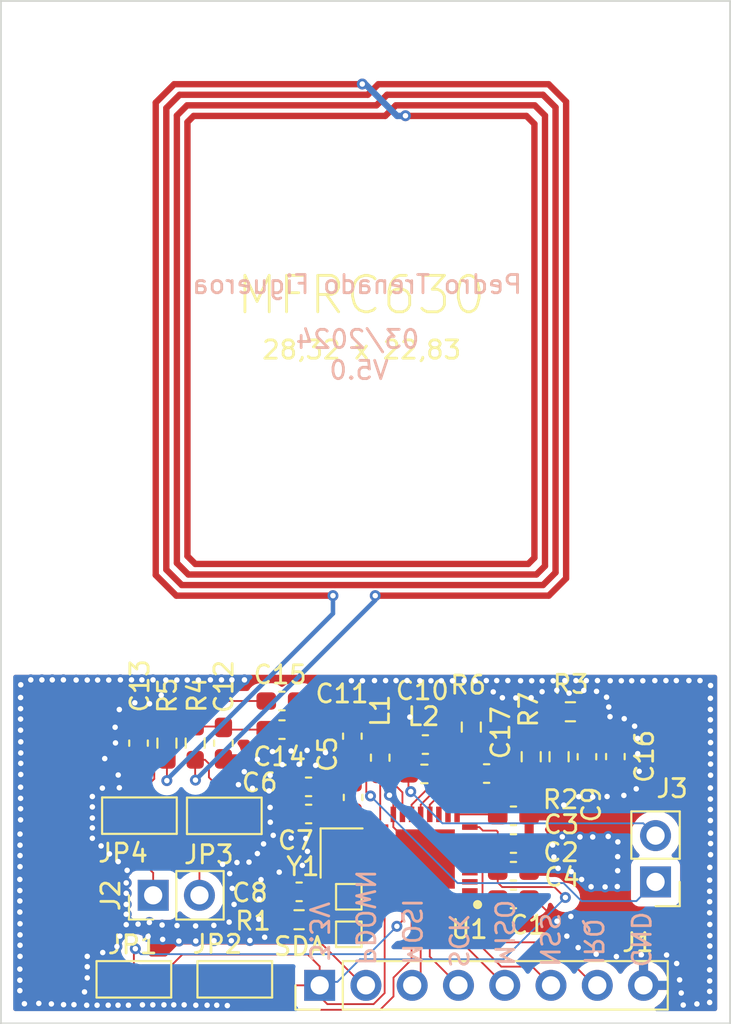
<source format=kicad_pcb>
(kicad_pcb (version 20221018) (generator pcbnew)
  (title_block (title "NFC Programmer") (rev "3.0") (company "Tychetools"))
  (layers (0 "F.Cu" signal) (31 "B.Cu" signal) (34 "B.Paste" user) (35 "F.Paste" user) (36 "B.SilkS" user "B.Silkscreen") (37 "F.SilkS" user "F.Silkscreen") (38 "B.Mask" user) (39 "F.Mask" user) (44 "Edge.Cuts" user))
  (net 0 "")
  (net 1 "Net-(U1-DVDD)")
  (net 2 "GND")
  (net 3 "Net-(U1-AVDD)")
  (net 4 "Net-(U1-TVDD)")
  (net 5 "Net-(U1-XTAL2)")
  (net 6 "/RXP")
  (net 7 "Net-(C9-Pad2)")
  (net 8 "Net-(C10-Pad2)")
  (net 9 "Net-(C11-Pad1)")
  (net 10 "Net-(C12-Pad1)")
  (net 11 "Net-(C13-Pad2)")
  (net 12 "/VMID")
  (net 13 "/RXN")
  (net 14 "Net-(C17-Pad2)")
  (net 15 "/TX1")
  (net 16 "/TX2")
  (net 17 "Net-(JP3-A)")
  (net 21 "/SCL")
  (net 22 "/MISO")
  (net 23 "/IRQ")
  (net 24 "/NSS")
  (net 31 "/PDOWN")
  (net 32 "+3V3")
  (net 33 "/SCK")
  (net 34 "/MOSI")
  (net 35 "Net-(U1-XTAL1)")
  (net 36 "/IFSEL0")
  (net 37 "/IFSEL1")
  (net 38 "Net-(J2-Pin_2)")
  (net 39 "Net-(JP4-A)")
  (net 40 "Net-(JP4-C)")
  (net 41 "Net-(J2-Pin_1)")
  (net 42 "/SDA")
  (footprint "Resistor_SMD:R_0603_1608Metric_Pad0.98x0.95mm_HandSolder" (layer "F.Cu") (at 150.81375 95.4575 -90)
    (fp_text reference "R2")
    (fp_text value "TBD" hide)
  )
  (footprint "Capacitor_SMD:C_0603_1608Metric_Pad1.08x0.95mm_HandSolder" (layer "F.Cu") (at 146.83425 96.38 180)
    (fp_text reference "C17")
    (fp_text value "TBD" hide)
  )
  (footprint "Resistor_SMD:R_0603_1608Metric_Pad0.98x0.95mm_HandSolder" (layer "F.Cu") (at 145.99425 93.83 90)
    (fp_text reference "R6")
    (fp_text value "TBD" hide)
  )
  (footprint "Jumper:SolderJumper-3_P1.3mm_Bridged12_Pad1.0x1.5mm_NumberLabels" (layer "F.Cu") (at 132.435 98.7)
    (fp_text reference "JP3")
    (fp_text value "SolderJumper_3_Bridged12" hide)
  )
  (footprint "MountingHole:MountingHole_3mm" (layer "F.Cu") (at 124.08 58.64)
    (fp_text reference "H3" hide)
    (fp_text value "MountingHole_Pad" hide)
  )
  (footprint "MountingHole:MountingHole_3mm" (layer "F.Cu") (at 156.12 58.64)
    (fp_text reference "H4" hide)
    (fp_text value "MountingHole_Pad" hide)
  )
  (footprint "TestPoint:TestPoint_Pad_1.0x1.0mm" (layer "F.Cu") (at 139.27 103.14)
    (fp_text reference "TP2" hide)
    (fp_text value "TestPoint" hide)
  )
  (footprint "Capacitor_SMD:C_0603_1608Metric_Pad1.08x0.95mm_HandSolder" (layer "F.Cu") (at 137.06 97.11 180)
    (fp_text reference "C6")
    (fp_text value "1u" hide)
  )
  (footprint "Connector_PinHeader_2.54mm:PinHeader_1x02_P2.54mm_Vertical" (layer "F.Cu") (at 128.53 103.06 90)
    (fp_text reference "J2")
    (fp_text value "Conn_01x02_Pin" hide)
  )
  (footprint "Inductor_SMD:L_0603_1608Metric_Pad1.05x0.95mm_HandSolder" (layer "F.Cu") (at 140.99425 95.51 90)
    (fp_text reference "L1")
    (fp_text value "TBD" hide)
  )
  (footprint "Capacitor_SMD:C_0603_1608Metric_Pad1.08x0.95mm_HandSolder" (layer "F.Cu") (at 135.6 93.97 180)
    (fp_text reference "C14")
    (fp_text value "C" hide)
  )
  (footprint "MountingHole:MountingHole_3mm" (layer "F.Cu") (at 124.06 88.02)
    (fp_text reference "H1" hide)
    (fp_text value "MountingHole_Pad" hide)
  )
  (footprint "Crystal:Crystal_SMD_2016-4Pin_2.0x1.6mm" (layer "F.Cu") (at 138.87175 100.74 -90)
    (fp_text reference "Y1")
    (fp_text value "Crystal_GND24" hide)
  )
  (footprint "Capacitor_SMD:C_0603_1608Metric_Pad1.08x0.95mm_HandSolder" (layer "F.Cu") (at 139.50425 97.69 90)
    (fp_text reference "C5")
    (fp_text value "100n" hide)
  )
  (footprint "Capacitor_SMD:C_0603_1608Metric_Pad1.08x0.95mm_HandSolder" (layer "F.Cu") (at 139.46425 94.33 -90)
    (fp_text reference "C11")
    (fp_text value "TBD" hide)
  )
  (footprint "Library3:MFRC630_MOUSER" (layer "F.Cu") (at 143.46425 101.07 180)
    (fp_text reference "U1")
    (fp_text value "MFRC63002HN,151" hide)
  )
  (footprint "Connector_PinHeader_2.54mm:PinHeader_1x08_P2.54mm_Vertical" (layer "F.Cu") (at 137.67 108 90)
    (fp_text reference "J1")
    (fp_text value "Conn_01x08" hide)
  )
  (footprint "Resistor_SMD:R_0603_1608Metric_Pad0.98x0.95mm_HandSolder" (layer "F.Cu") (at 130.835 94.7125 -90)
    (fp_text reference "R4")
    (fp_text value "TBD" hide)
  )
  (footprint "Capacitor_SMD:C_0603_1608Metric_Pad1.08x0.95mm_HandSolder" (layer "F.Cu") (at 152.34425 95.4575 90)
    (fp_text reference "C9")
    (fp_text value "TBD" hide)
  )
  (footprint "Capacitor_SMD:C_0603_1608Metric_Pad1.08x0.95mm_HandSolder" (layer "F.Cu") (at 135.6 92.4 180)
    (fp_text reference "C15")
    (fp_text value "TBD" hide)
  )
  (footprint "Capacitor_SMD:C_0603_1608Metric_Pad1.08x0.95mm_HandSolder" (layer "F.Cu") (at 148.3075 98.7)
    (fp_text reference "C3")
    (fp_text value "470n" hide)
  )
  (footprint "Capacitor_SMD:C_0603_1608Metric_Pad1.08x0.95mm_HandSolder" (layer "F.Cu") (at 148.3075 100.22)
    (fp_text reference "C2")
    (fp_text value "100n" hide)
  )
  (footprint "Resistor_SMD:R_0603_1608Metric_Pad0.98x0.95mm_HandSolder" (layer "F.Cu") (at 149.28325 95.4575 90)
    (fp_text reference "R7")
    (fp_text value "TBD" hide)
  )
  (footprint "Capacitor_SMD:C_0603_1608Metric_Pad1.08x0.95mm_HandSolder" (layer "F.Cu") (at 153.90425 95.45 -90)
    (fp_text reference "C16")
    (fp_text value "TBD" hide)
  )
  (footprint "Capacitor_SMD:C_0603_1608Metric_Pad1.08x0.95mm_HandSolder" (layer "F.Cu") (at 148.3075 101.74)
    (fp_text reference "C4")
    (fp_text value "100n" hide)
  )
  (footprint "Resistor_SMD:R_0603_1608Metric_Pad0.98x0.95mm_HandSolder" (layer "F.Cu") (at 129.285 94.7125 -90)
    (fp_text reference "R5")
    (fp_text value "TBD" hide)
  )
  (footprint "Resistor_SMD:R_0603_1608Metric_Pad0.98x0.95mm_HandSolder" (layer "F.Cu") (at 151.435 92.99)
    (fp_text reference "R3")
    (fp_text value "TBD" hide)
  )
  (footprint "Capacitor_SMD:C_0603_1608Metric_Pad1.08x0.95mm_HandSolder" (layer "F.Cu") (at 132.385 94.7125 -90)
    (fp_text reference "C12")
    (fp_text value "TBD" hide)
  )
  (footprint "Capacitor_SMD:C_0603_1608Metric_Pad1.08x0.95mm_HandSolder" (layer "F.Cu") (at 127.725 94.7125 90)
    (fp_text reference "C13")
    (fp_text value "TBD" hide)
  )
  (footprint "Capacitor_SMD:C_0603_1608Metric_Pad1.08x0.95mm_HandSolder" (layer "F.Cu") (at 136.5425 102.87 180)
    (fp_text reference "C8")
    (fp_text value "10p" hide)
  )
  (footprint "Connector_PinHeader_2.54mm:PinHeader_1x02_P2.54mm_Vertical" (layer "F.Cu") (at 156.11 102.325 180)
    (fp_text reference "J3")
    (fp_text value "Conn_01x02_Pin" hide)
  )
  (footprint "Inductor_SMD:L_0603_1608Metric_Pad1.05x0.95mm_HandSolder" (layer "F.Cu") (at 143.41925 96.4)
    (fp_text reference "L2")
    (fp_text value "TBD" hide)
  )
  (footprint "Resistor_SMD:R_0603_1608Metric_Pad0.98x0.95mm_HandSolder" (layer "F.Cu") (at 136.54 104.4 180)
    (fp_text reference "R1")
    (fp_text value "10k" hide)
  )
  (footprint "Jumper:SolderJumper-3_P1.3mm_Bridged12_Pad1.0x1.5mm_NumberLabels" (layer "F.Cu") (at 127.775 98.69 180)
    (fp_text reference "JP4")
    (fp_text value "SolderJumper_3_Bridged12" hide)
  )
  (footprint "Jumper:SolderJumper-3_P1.3mm_Bridged12_Pad1.0x1.5mm_NumberLabels" (layer "F.Cu") (at 133.01 107.67 180)
    (fp_text reference "JP2")
    (fp_text value "SolderJumper_3_Bridged12" hide)
  )
  (footprint "Jumper:SolderJumper-3_P1.3mm_Bridged12_Pad1.0x1.5mm_NumberLabels" (layer "F.Cu") (at 127.47 107.67)
    (fp_text reference "JP1")
    (fp_text value "SolderJumper_3_Bridged12" hide)
  )
  (footprint "Capacitor_SMD:C_0603_1608Metric_Pad1.08x0.95mm_HandSolder" (layer "F.Cu") (at 143.47175 94.79)
    (fp_text reference "C10")
    (fp_text value "TBD" hide)
  )
  (footprint "Capacitor_SMD:C_0603_1608Metric_Pad1.08x0.95mm_HandSolder" (layer "F.Cu") (at 137.06425 98.6 180)
    (fp_text reference "C7")
    (fp_text value "10p" hide)
  )
  (footprint "TestPoint:TestPoint_Pad_1.0x1.0mm" (layer "F.Cu") (at 139.27 105.2 180)
    (fp_text reference "TP1" hide)
    (fp_text value "TestPoint" hide)
  )
  (footprint "MountingHole:MountingHole_3mm" (layer "F.Cu") (at 156.11 88.02)
    (fp_text reference "H2" hide)
    (fp_text value "MountingHole_Pad" hide)
  )
  (footprint "Capacitor_SMD:C_0603_1608Metric_Pad1.08x0.95mm_HandSolder" (layer "F.Cu") (at 148.3075 103.26)
    (fp_text reference "C1")
    (fp_text value "470n" hide)
  )
  (gr_poly (pts (xy 120.17 110.09) (xy 158.64 110.09) (xy 160.2 110.09) (xy 160.2 53.99) (xy 120.17 53.99) (xy 120.17 110.09)) (stroke (width 0.1)) (fill none) (layer "Edge.Cuts"))
  (gr_text "NSS" (at 149.7 107.08 270) (layer "B.SilkS") (effects (font (size 1 1) (thickness 0.153)) (justify left bottom mirror)))
  (gr_text "PDOWN\n" (at 139.57 107 270) (layer "B.SilkS") (effects (font (size 1 1) (thickness 0.153)) (justify left bottom mirror)))
  (gr_text "GND" (at 154.69 107.11 270) (layer "B.SilkS") (effects (font (size 1 1) (thickness 0.153)) (justify left bottom mirror)))
  (gr_text "SCK" (at 144.69 107.13 270) (layer "B.SilkS") (effects (font (size 1 1) (thickness 0.153)) (justify left bottom mirror)))
  (gr_text "MOSI\n" (at 142.13 106.97 270) (layer "B.SilkS") (effects (font (size 1 1) (thickness 0.153)) (justify left bottom mirror)))
  (gr_text "03/2024" (at 143.23 73.14) (layer "B.SilkS") (effects (font (size 1 1) (thickness 0.153)) (justify left bottom mirror)))
  (gr_text "3.3V\n" (at 137.04 106.77 -90) (layer "B.SilkS") (effects (font (size 1 1) (thickness 0.153)) (justify left bottom mirror)))
  (gr_text "IRQ" (at 152.1 106.97 270) (layer "B.SilkS") (effects (font (size 1 1) (thickness 0.153)) (justify left bottom mirror)))
  (gr_text "V5.0\n\n" (at 141.55 76.45) (layer "B.SilkS") (effects (font (size 1 1) (thickness 0.153)) (justify left bottom mirror)))
  (gr_text "MISO" (at 147.2 107.03 270) (layer "B.SilkS") (effects (font (size 1 1) (thickness 0.153)) (justify left bottom mirror)))
  (gr_text "Pedro Trenado Figueroa" (at 148.87 70.13) (layer "B.SilkS") (effects (font (size 1 1) (thickness 0.153)) (justify left bottom mirror)))
  (gr_text "28,32 x 22,83" (at 134.42 73.72) (layer "F.SilkS") (effects (font (size 1 1) (thickness 0.153)) (justify left bottom)))
  (gr_text "SDA\n" (at 135.06 106.45) (layer "F.SilkS") (effects (font (size 1 1) (thickness 0.153)) (justify left bottom)))
  (gr_text "MFRC630\n" (at 132.99 71.3) (layer "F.SilkS") (effects (font (size 2 2) (thickness 0.153)) (justify left bottom)))
  (segment (start 146.61 99.99075) (end 146.61 103.04) (width 0.1) (layer "F.Cu") (net 1))
  (segment (start 146.43925 99.82) (end 146.61 99.99075) (width 0.1) (layer "F.Cu") (net 1))
  (segment (start 146.83 103.26) (end 147.445 103.26) (width 0.1) (layer "F.Cu") (net 1))
  (segment (start 146.61 103.04) (end 146.83 103.26) (width 0.1) (layer "F.Cu") (net 1))
  (segment (start 145.91425 99.82) (end 146.43925 99.82) (width 0.1) (layer "F.Cu") (net 1))
  (segment (start 134.225 95.575) (end 134.251582 95.601582) (width 0.1) (layer "F.Cu") (net 2))
  (segment (start 138.32175 101.44) (end 136.74 101.44) (width 0.1) (layer "F.Cu") (net 2))
  (segment (start 142.60925 94.79) (end 142.60925 93.29075) (width 0.1) (layer "F.Cu") (net 2))
  (segment (start 138.0275 95.1925) (end 137.99 95.23) (width 0.1) (layer "F.Cu") (net 2))
  (segment (start 125.885 95.575) (end 125.87 95.56) (width 0.1) (layer "F.Cu") (net 2))
  (segment (start 139.46425 95.1925) (end 138.0275 95.1925) (width 0.1) (layer "F.Cu") (net 2))
  (segment (start 142.60925 93.29075) (end 142.62 93.28) (width 0.1) (layer "F.Cu") (net 2))
  (segment (start 143.46425 101.07) (end 141.71425 99.32) (width 0.1) (layer "F.Cu") (net 2))
  (segment (start 149.48 103.26) (end 150.7 104.48) (width 0.1) (layer "F.Cu") (net 2))
  (segment (start 138.32175 101.44) (end 138.32175 101.14) (width 0.1) (layer "F.Cu") (net 2))
  (segment (start 149.17 103.26) (end 149.48 103.26) (width 0.1) (layer "F.Cu") (net 2))
  (segment (start 141.71425 97.78425) (end 141.5 97.57) (width 0.1) (layer "F.Cu") (net 2))
  (segment (start 132.385 95.575) (end 134.225 95.575) (width 0.1) (layer "F.Cu") (net 2))
  (segment (start 127.725 95.575) (end 125.885 95.575) (width 0.1) (layer "F.Cu") (net 2))
  (segment (start 141.71425 98.62) (end 141.71425 97.78425) (width 0.1) (layer "F.Cu") (net 2))
  (segment (start 138.32175 101.14) (end 139.42175 100.04) (width 0.1) (layer "F.Cu") (net 2))
  (segment (start 136.74 101.44) (end 136.72 101.42) (width 0.1) (layer "F.Cu") (net 2))
  (segment (start 141.71425 99.32) (end 141.71425 98.62) (width 0.1) (layer "F.Cu") (net 2))
  (via micro (at 159.13 95.86) (size 0.6) (drill 0.3) (layers "F.Cu" "B.Cu") (net 2))
  (via micro (at 129.02 104.69) (size 0.6) (drill 0.3) (layers "F.Cu" "B.Cu") (net 2))
  (via micro (at 157.94 91.28) (size 0.6) (drill 0.3) (layers "F.Cu" "B.Cu") (net 2))
  (via micro (at 131.87 105.55) (size 0.6) (drill 0.3) (layers "F.Cu" "B.Cu") (net 2))
  (via micro (at 124.3 91.25) (size 0.6) (drill 0.3) (layers "F.Cu" "B.Cu") (net 2))
  (via micro (at 151.86 105.93) (size 0.6) (drill 0.3) (layers "F.Cu" "B.Cu") (net 2))
  (via micro (at 125.19 98.82) (size 0.6) (drill 0.3) (layers "F.Cu" "B.Cu") (net 2))
  (via micro (at 127.34 91.24) (size 0.6) (drill 0.3) (layers "F.Cu" "B.Cu") (net 2))
  (via micro (at 157.25 91.28) (size 0.6) (drill 0.3) (layers "F.Cu" "B.Cu") (net 2))
  (via micro (at 129.94 105.57) (size 0.6) (drill 0.3) (layers "F.Cu" "B.Cu") (net 2))
  (via micro (at 135.12 99.77) (size 0.6) (drill 0.3) (layers "F.Cu" "B.Cu") (net 2))
  (via micro (at 121.25 98.92) (size 0.6) (drill 0.3) (layers "F.Cu" "B.Cu") (net 2))
  (via micro (at 122.94 109.02) (size 0.6) (drill 0.3) (layers "F.Cu" "B.Cu") (net 2))
  (via (at 134.251582 95.601582) (size 0.6) (drill 0.3) (layers "F.Cu" "B.Cu") (net 2))
  (via micro (at 126.46 94.7) (size 0.6) (drill 0.3) (layers "F.Cu" "B.Cu") (net 2))
  (via micro (at 152.57 102.59) (size 0.6) (drill 0.3) (layers "F.Cu" "B.Cu") (net 2))
  (via micro (at 144.35 91.29) (size 0.6) (drill 0.3) (layers "F.Cu" "B.Cu") (net 2))
  (via micro (at 159.08 104.02) (size 0.6) (drill 0.3) (layers "F.Cu" "B.Cu") (net 2))
  (via micro (at 155.13 94.45) (size 0.6) (drill 0.3) (layers "F.Cu" "B.Cu") (net 2))
  (via micro (at 129.22 91.25) (size 0.6) (drill 0.3) (layers "F.Cu" "B.Cu") (net 2))
  (via micro (at 125.19 98.21) (size 0.6) (drill 0.3) (layers "F.Cu" "B.Cu") (net 2))
  (via micro (at 130.23 109.07) (size 0.6) (drill 0.3) (layers "F.Cu" "B.Cu") (net 2))
  (via micro (at 151.96 99.86) (size 0.6) (drill 0.3) (layers "F.Cu" "B.Cu") (net 2))
  (via micro (at 134.59 100.24) (size 0.6) (drill 0.3) (layers "F.Cu" "B.Cu") (net 2))
  (via micro (at 148.44 92.23) (size 0.6) (drill 0.3) (layers "F.Cu" "B.Cu") (net 2))
  (via micro (at 132.73 101.87) (size 0.6) (drill 0.3) (layers "F.Cu" "B.Cu") (net 2))
  (via micro (at 154.37 97.58) (size 0.6) (drill 0.3) (layers "F.Cu" "B.Cu") (net 2))
  (via micro (at 123.6 91.24) (size 0.6) (drill 0.3) (layers "F.Cu" "B.Cu") (net 2))
  (via micro (at 133.98 97.19) (size 0.6) (drill 0.3) (layers "F.Cu" "B.Cu") (net 2))
  (via micro (at 159.13 96.47) (size 0.6) (drill 0.3) (layers "F.Cu" "B.Cu") (net 2))
  (via micro (at 154.01 102.58) (size 0.6) (drill 0.3) (layers "F.Cu" "B.Cu") (net 2))
  (via micro (at 159.13 100.22) (size 0.6) (drill 0.3) (layers "F.Cu" "B.Cu") (net 2))
  (via micro (at 121.25 92.21) (size 0.6) (drill 0.3) (layers "F.Cu" "B.Cu") (net 2))
  (via micro (at 152.85 106.29) (size 0.6) (drill 0.3) (layers "F.Cu" "B.Cu") (net 2))
  (via micro (at 152.66 97.67) (size 0.6) (drill 0.3) (layers "F.Cu" "B.Cu") (net 2))
  (via micro (at 134.45 102.2) (size 0.6) (drill 0.3) (layers "F.Cu" "B.Cu") (net 2))
  (via micro (at 154.96 93.78) (size 0.6) (drill 0.3) (layers "F.Cu" "B.Cu") (net 2))
  (via micro (at 126.06 109.09) (size 0.6) (drill 0.3) (layers "F.Cu" "B.Cu") (net 2))
  (via micro (at 121.26 91.51) (size 0.6) (drill 0.3) (layers "F.Cu" "B.Cu") (net 2))
  (via micro (at 141.86 91.28) (size 0.6) (drill 0.3) (layers "F.Cu" "B.Cu") (net 2))
  (via micro (at 148.7 91.29) (size 0.6) (drill 0.3) (layers "F.Cu" "B.Cu") (net 2))
  (via micro (at 158.55 91.28) (size 0.6) (drill 0.3) (layers "F.Cu" "B.Cu") (net 2))
  (via micro (at 125.74 97.18) (size 0.6) (drill 0.3) (layers "F.Cu" "B.Cu") (net 2))
  (via micro (at 121.22 106.41) (size 0.6) (drill 0.3) (layers "F.Cu" "B.Cu") (net 2))
  (via micro (at 132.34 101.36) (size 0.6) (drill 0.3) (layers "F.Cu" "B.Cu") (net 2))
  (via micro (at 137.45 95.93) (size 0.6) (drill 0.3) (layers "F.Cu" "B.Cu") (net 2))
  (via micro (at 159.12 92.86) (size 0.6) (drill 0.3) (layers "F.Cu" "B.Cu") (net 2))
  (via micro (at 127.7 104.64) (size 0.6) (drill 0.3) (layers "F.Cu" "B.Cu") (net 2))
  (via micro (at 143.78 91.29) (size 0.6) (drill 0.3) (layers "F.Cu" "B.Cu") (net 2))
  (via micro (at 124.76 108.36) (size 0.6) (drill 0.3) (layers "F.Cu" "B.Cu") (net 2))
  (via micro (at 148 91.28) (size 0.6) (drill 0.3) (layers "F.Cu" "B.Cu") (net 2))
  (via micro (at 121.25 92.82) (size 0.6) (drill 0.3) (layers "F.Cu" "B.Cu") (net 2))
  (via micro (at 152.05 102.19) (size 0.6) (drill 0.3) (layers "F.Cu" "B.Cu") (net 2))
  (via micro (at 152.92 91.28) (size 0.6) (drill 0.3) (layers "F.Cu" "B.Cu") (net 2))
  (via micro (at 147.701096 92.221952) (size 0.6) (drill 0.3) (layers "F.Cu" "B.Cu") (net 2))
  (via micro (at 149.28 92.22) (size 0.6) (drill 0.3) (layers "F.Cu" "B.Cu") (net 2))
  (via micro (at 139.41 91.29) (size 0.6) (drill 0.3) (layers "F.Cu" "B.Cu") (net 2))
  (via micro (at 159.09 101.53) (size 0.6) (drill 0.3) (layers "F.Cu" "B.Cu") (net 2))
  (via micro (at 152.66 99.86) (size 0.6) (drill 0.3) (layers "F.Cu" "B.Cu") (net 2))
  (via micro (at 132.82 105.55) (size 0.6) (drill 0.3) (layers "F.Cu" "B.Cu") (net 2))
  (via micro (at 131.49 109.09) (size 0.6) (drill 0.3) (layers "F.Cu" "B.Cu") (net 2))
  (via micro (at 133.79 101.24) (size 0.6) (drill 0.3) (layers "F.Cu" "B.Cu") (net 2))
  (via micro (at 151.89 97.65) (size 0.6) (drill 0.3) (layers "F.Cu" "B.Cu") (net 2))
  (via micro (at 159.13 95.29) (size 0.6) (drill 0.3) (layers "F.Cu" "B.Cu") (net 2))
  (via micro (at 130.87 105.57) (size 0.6) (drill 0.3) (layers "F.Cu" "B.Cu") (net 2))
  (via micro (at 134.35 103.27) (size 0.6) (drill 0.3) (layers "F.Cu" "B.Cu") (net 2))
  (via micro (at 128.32 104.55) (size 0.6) (drill 0.3) (layers "F.Cu" "B.Cu") (net 2))
  (via micro (at 125.45 109.09) (size 0.6) (drill 0.3) (layers "F.Cu" "B.Cu") (net 2))
  (via micro (at 127.52 92.5) (size 0.6) (drill 0.3) (layers "F.Cu" "B.Cu") (net 2))
  (via micro (at 127.94 109.07) (size 0.6) (drill 0.3) (layers "F.Cu" "B.Cu") (net 2))
  (via micro (at 159.12 98.96) (size 0.6) (drill 0.3) (layers "F.Cu" "B.Cu") (net 2))
  (via micro (at 126.61 96.46) (size 0.6) (drill 0.3) (layers "F.Cu" "B.Cu") (net 2))
  (via micro (at 134.33 104.37) (size 0.6) (drill 0.3) (layers "F.Cu" "B.Cu") (net 2))
  (via micro (at 158.38 109.02) (size 0.6) (drill 0.3) (layers "F.Cu" "B.Cu") (net 2))
  (via micro (at 121.22 104.62) (size 0.6) (drill 0.3) (layers "F.Cu" "B.Cu") (net 2))
  (via micro (at 134.65 105.36) (size 0.6) (drill 0.3) (layers "F.Cu" "B.Cu") (net 2))
  (via micro (at 132.7 104.53) (size 0.6) (drill 0.3) (layers "F.Cu" "B.Cu") (net 2))
  (via micro (at 152.31 91.28) (size 0.6) (drill 0.3) (layers "F.Cu" "B.Cu") (net 2))
  (via micro (at 126.67 92.87) (size 0.6) (drill 0.3) (layers "F.Cu" "B.Cu") (net 2))
  (via micro (at 126.44 93.84) (size 0.6) (drill 0.3) (layers "F.Cu" "B.Cu") (net 2))
  (via micro (at 140.68 91.28) (size 0.6) (drill 0.3) (layers "F.Cu" "B.Cu") (net 2))
  (via micro (at 156.07 91.28) (size 0.6) (drill 0.3) (layers "F.Cu" "B.Cu") (net 2))
  (via micro (at 136.91 99.94) (size 0.6) (drill 0.3) (layers "F.Cu" "B.Cu") (net 2))
  (via micro (at 150.46 100.3) (size 0.6) (drill 0.3) (layers "F.Cu" "B.Cu") (net 2))
  (via micro (at 140.02 91.29) (size 0.6) (drill 0.3) (layers "F.Cu" "B.Cu") (net 2))
  (via micro (at 153.45 97.64) (size 0.6) (drill 0.3) (layers "F.Cu" "B.Cu") (net 2))
  (via micro (at 134.95 98.24) (size 0.6) (drill 0.3) (layers "F.Cu" "B.Cu") (net 2))
  (via micro (at 151.364342 91.97) (size 0.6) (drill 0.3) (layers "F.Cu" "B.Cu") (net 2))
  (via micro (at 135.077887 95.174346) (size 0.6) (drill 0.3) (layers "F.Cu" "B.Cu") (net 2))
  (via micro (at 155.41 91.29) (size 0.6) (drill 0.3) (layers "F.Cu" "B.Cu") (net 2))
  (via micro (at 159.08 107.15) (size 0.6) (drill 0.3) (layers "F.Cu" "B.Cu") (net 2))
  (via micro (at 123.61 109.06) (size 0.6) (drill 0.3) (layers "F.Cu" "B.Cu") (net 2))
  (via micro (at 159.09 105.27) (size 0.6) (drill 0.3) (layers "F.Cu" "B.Cu") (net 2))
  (via micro (at 136.98 95.11) (size 0.6) (drill 0.3) (layers "F.Cu" "B.Cu") (net 2))
  (via micro (at 159.13 99.65) (size 0.6) (drill 0.3) (layers "F.Cu" "B.Cu") (net 2))
  (via micro (at 128.33 92.55) (size 0.6) (drill 0.3) (layers "F.Cu" "B.Cu") (net 2))
  (via (at 136.72 101.42) (size 0.6) (drill 0.3) (layers "F.Cu" "B.Cu") (net 2))
  (via micro (at 156.715934 106.336336) (size 0.6) (drill 0.3) (layers "F.Cu" "B.Cu") (net 2))
  (via micro (at 121.25 94) (size 0.6) (drill 0.3) (layers "F.Cu" "B.Cu") (net 2))
  (via micro (at 121.81 91.24) (size 0.6) (drill 0.3) (layers "F.Cu" "B.Cu") (net 2))
  (via (at 142.62 93.28) (size 0.6) (drill 0.3) (layers "F.Cu" "B.Cu") (net 2))
  (via micro (at 131.01 91.25) (size 0.6) (drill 0.3) (layers "F.Cu" "B.Cu") (net 2))
  (via micro (at 121.46 109.01) (size 0.6) (drill 0.3) (layers "F.Cu" "B.Cu") (net 2))
  (via micro (at 149.88 91.29) (size 0.6) (drill 0.3) (layers "F.Cu" "B.Cu") (net 2))
  (via micro (at 125.48 91.25) (size 0.6) (drill 0.3) (layers "F.Cu" "B.Cu") (net 2))
  (via micro (at 128.51 109.07) (size 0.6) (drill 0.3) (layers "F.Cu" "B.Cu") (net 2))
  (via micro (at 127.05 102.38) (size 0.6) (drill 0.3) (layers "F.Cu" "B.Cu") (net 2))
  (via micro (at 127.91 91.24) (size 0.6) (drill 0.3) (layers "F.Cu" "B.Cu") (net 2))
  (via micro (at 132.02 109.09) (size 0.6) (drill 0.3) (layers "F.Cu" "B.Cu") (net 2))
  (via micro (at 151.46 104.22) (size 0.6) (drill 0.3) (layers "F.Cu" "B.Cu") (net 2))
  (via micro (at 124.91 107.59) (size 0.6) (drill 0.3) (layers "F.Cu" "B.Cu") (net 2))
  (via micro (at 150.53 100.96) (size 0.6) (drill 0.3) (layers "F.Cu" "B.Cu") (net 2))
  (via micro (at 134.95 96.48) (size 0.6) (drill 0.3) (layers "F.Cu" "B.Cu") (net 2))
  (via micro (at 155.33 106.32) (size 0.6) (drill 0.3) (layers "F.Cu" "B.Cu") (net 2))
  (via micro (at 136.54 95.87) (size 0.6) (drill 0.3) (layers "F.Cu" "B.Cu") (net 2))
  (via micro (at 153.54 92.73) (size 0.6) (drill 0.3) (layers "F.Cu" "B.Cu") (net 2))
  (via micro (at 121.22 105.8) (size 0.6) (drill 0.3) (layers "F.Cu" "B.Cu") (net 2))
  (via micro (at 155.13 95.29) (size 0.6) (drill 0.3) (layers "F.Cu" "B.Cu") (net 2))
  (via micro (at 126.6 109.09) (size 0.6) (drill 0.3) (layers "F.Cu" "B.Cu") (net 2))
  (via micro (at 125.76 106.2) (size 0.6) (drill 0.3) (layers "F.Cu" "B.Cu") (net 2))
  (via micro (at 159.08 107.76) (size 0.6) (drill 0.3) (layers "F.Cu" "B.Cu") (net 2))
  (via micro (at 124.91 106.98) (size 0.6) (drill 0.3) (layers "F.Cu" "B.Cu") (net 2))
  (via micro (at 127.05 104.1) (size 0.6) (drill 0.3) (layers "F.Cu" "B.Cu") (net 2))
  (via micro (at 124.91 106.41) (size 0.6) (drill 0.3) (layers "F.Cu" "B.Cu") (net 2))
  (via micro (at 133.54 91.24) (size 0.6) (drill 0.3) (layers "F.Cu" "B.Cu") (net 2))
  (via micro (at 159.09 104.66) (size 0.6) (drill 0.3) (layers "F.Cu" "B.Cu") (net 2))
  (via micro (at 129.05 105.48) (size 0.6) (drill 0.3) (layers "F.Cu" "B.Cu") (net 2))
  (via micro (at 121.21 107.11) (size 0.6) (drill 0.3) (layers "F.Cu" "B.Cu") (net 2))
  (via micro (at 130.86 104.74) (size 0.6) (drill 0.3) (layers "F.Cu" "B.Cu") (net 2))
  (via micro (at 121.21 108.29) (size 0.6) (drill 0.3) (layers "F.Cu" "B.Cu") (net 2))
  (via micro (at 135.62 95.89) (size 0.6) (drill 0.3) (layers "F.Cu" "B.Cu") (net 2))
  (via micro (at 132.85 91.24) (size 0.6) (drill 0.3) (layers "F.Cu" "B.Cu") (net 2))
  (via micro (at 159.13 94.68) (size 0.6) (drill 0.3) (layers "F.Cu" "B.Cu") (net 2))
  (via micro (at 127.05 102.95) (size 0.6) (drill 0.3) (layers "F.Cu" "B.Cu") (net 2))
  (via micro (at 121.22 100.31) (size 0.6) (drill 0.3) (layers "F.Cu" "B.Cu") (net 2))
  (via micro (at 121.21 102.19) (size 0.6) (drill 0.3) (layers "F.Cu" "B.Cu") (net 2))
  (via micro (at 121.25 93.39) (size 0.6) (drill 0.3) (layers "F.Cu" "B.Cu") (net 2))
  (via micro (at 127.17 109.09) (size 0.6) (drill 0.3) (layers "F.Cu" "B.Cu") (net 2))
  (via micro (at 151.74 91.28) (size 0.6) (drill 0.3) (layers "F.Cu" "B.Cu") (net 2))
  (via micro (at 125.19 99.36) (size 0.6) (drill 0.3) (layers "F.Cu" "B.Cu") (net 2))
  (via micro (at 121.22 101.49) (size 0.6) (drill 0.3) (layers "F.Cu" "B.Cu") (net 2))
  (via micro (at 159.12 93.43) (size 0.6) (drill 0.3) (layers "F.Cu" "B.Cu") (net 2))
  (via micro (at 126.67 97.16) (size 0.6) (drill 0.3) (layers "F.Cu" "B.Cu") (net 2))
  (via micro (at 128.97 92.08) (size 0.6) (drill 0.3) (layers "F.Cu" "B.Cu") (net 2))
  (via (at 150.7 104.48) (size 0.6) (drill 0.3) (layers "F.Cu" "B.Cu") (net 2))
  (via micro (at 159.08 108.33) (size 0.6) (drill 0.3) (layers "F.Cu" "B.Cu") (net 2))
  (via micro (at 129.66 109.07) (size 0.6) (drill 0.3) (layers "F.Cu" "B.Cu") (net 2))
  (via micro (at 122.42 91.24) (size 0.6) (drill 0.3) (layers "F.Cu" "B.Cu") (net 2))
  (via micro (at 159.12 97.78) (size 0.6) (drill 0.3) (layers "F.Cu" "B.Cu") (net 2))
  (via micro (at 126.54 105.87) (size 0.6) (drill 0.3) (layers "F.Cu" "B.Cu") (net 2))
  (via micro (at 121.25 98.31) (size 0.6) (drill 0.3) (layers "F.Cu" "B.Cu") (net 2))
  (via micro (at 133.53 96.28) (size 0.6) (drill 0.3) (layers "F.Cu" "B.Cu") (net 2))
  (via micro (at 159.09 106.45) (size 0.6) (drill 0.3) (layers "F.Cu" "B.Cu") (net 2))
  (via micro (at 157.27 106.8) (size 0.6) (drill 0.3) (layers "F.Cu" "B.Cu") (net 2))
  (via micro (at 121.22 105.23) (size 0.6) (drill 0.3) (layers "F.Cu" "B.Cu") (net 2))
  (via micro (at 157.52 108.42) (size 0.6) (drill 0.3) (layers "F.Cu" "B.Cu") (net 2))
  (via micro (at 121.21 103.98) (size 0.6) (drill 0.3) (layers "F.Cu" "B.Cu") (net 2))
  (via micro (at 146.82 91.28) (size 0.6) (drill 0.3) (layers "F.Cu" "B.Cu") (net 2))
  (via micro (at 129.84 104.72) (size 0.6) (drill 0.3) (layers "F.Cu" "B.Cu") (net 2))
  (via micro (at 159.13 91.55) (size 0.6) (drill 0.3) (layers "F.Cu" "B.Cu") (net 2))
  (via micro (at 132.28 91.24) (size 0.6) (drill 0.3) (layers "F.Cu" "B.Cu") (net 2))
  (via micro (at 130.4 91.25) (size 0.6) (drill 0.3) (layers "F.Cu" "B.Cu") (net 2))
  (via micro (at 128.52 91.24) (size 0.6) (drill 0.3) (layers "F.Cu" "B.Cu") (net 2))
  (via micro (at 125.67 100.35) (size 0.6) (drill 0.3) (layers "F.Cu" "B.Cu") (net 2))
  (via micro (at 159.08 108.94) (size 0.6) (drill 0.3) (layers "F.Cu" "B.Cu") (net 2))
  (via micro (at 157.43 107.7) (size 0.6) (drill 0.3) (layers "F.Cu" "B.Cu") (net 2))
  (via micro (at 159.12 97.17) (size 0.6) (drill 0.3) (layers "F.Cu" "B.Cu") (net 2))
  (via micro (at 150.99 99.85) (size 0.6) (drill 0.3) (layers "F.Cu" "B.Cu") (net 2))
  (via micro (at 133.21 96.99) (size 0.6) (drill 0.3) (layers "F.Cu" "B.Cu") (net 2))
  (via micro (at 142.47 91.28) (size 0.6) (drill 0.3) (layers "F.Cu" "B.Cu") (net 2))
  (via micro (at 154.8 91.29) (size 0.6) (drill 0.3) (layers "F.Cu" "B.Cu") (net 2))
  (via micro (at 147.2 91.9) (size 0.6) (drill 0.3) (layers "F.Cu" "B.Cu") (net 2))
  (via micro (at 154.03 100.94) (size 0.6) (drill 0.3) (layers "F.Cu" "B.Cu") (net 2))
  (via micro (at 154.04 100.13) (size 0.6) (drill 0.3) (layers "F.Cu" "B.Cu") (net 2))
  (via micro (at 122.99 91.24) (size 0.6) (drill 0.3) (layers "F.Cu" "B.Cu") (net 2))
  (via micro (at 125.19 99.93) (size 0.6) (drill 0.3) (layers "F.Cu" "B.Cu") (net 2))
  (via micro (at 145.6 91.28) (size 0.6) (drill 0.3) (layers "F.Cu" "B.Cu") (net 2))
  (via micro (at 129.12 109.07) (size 0.6) (drill 0.3) (layers "F.Cu" "B.Cu") (net 2))
  (via micro (at 151.07 98.11) (size 0.6) (drill 0.3) (layers "F.Cu" "B.Cu") (net 2))
  (via micro (at 149.31 91.29) (size 0.6) (drill 0.3) (layers "F.Cu" "B.Cu") (net 2))
  (via micro (at 121.22 99.7) (size 0.6) (drill 0.3) (layers "F.Cu" "B.Cu") (net 2))
  (via micro (at 124.91 91.25) (size 0.6) (drill 0.3) (layers "F.Cu" "B.Cu") (net 2))
  (via micro (at 152.17 91.82) (size 0.6) (drill 0.3) (layers "F.Cu" "B.Cu") (net 2))
  (via micro (at 157.63 109.08) (size 0.6) (drill 0.3) (layers "F.Cu" "B.Cu") (net 2))
  (via micro (at 154.23 91.29) (size 0.6) (drill 0.3) (layers "F.Cu" "B.Cu") (net 2))
  (via micro (at 151.13 91.28) (size 0.6) (drill 0.3) (layers "F.Cu" "B.Cu") (net 2))
  (via micro (at 159.09 105.84) (size 0.6) (drill 0.3) (layers "F.Cu" "B.Cu") (net 2))
  (via micro (at 159.13 100.83) (size 0.6) (drill 0.3) (layers "F.Cu" "B.Cu") (net 2))
  (via micro (at 129.83 91.25) (size 0.6) (drill 0.3) (layers "F.Cu" "B.Cu") (net 2))
  (via micro (at 146.21 91.28) (size 0.6) (drill 0.3) (layers "F.Cu" "B.Cu") (net 2))
  (via micro (at 124.18 109.06) (size 0.6) (drill 0.3) (layers "F.Cu" "B.Cu") (net 2))
  (via micro (at 137 100.65) (size 0.6) (drill 0.3) (layers "F.Cu" "B.Cu") (net 2))
  (via micro (at 153.34 102.6) (size 0.6) (drill 0.3) (layers "F.Cu" "B.Cu") (net 2))
  (via micro (at 134.96 99.05) (size 0.6) (drill 0.3) (layers "F.Cu" "B.Cu") (net 2))
  (via micro (at 131.67 91.24) (size 0.6) (drill 0.3) (layers "F.Cu" "B.Cu") (net 2))
  (via micro (at 132.97 103.56) (size 0.6) (drill 0.3) (layers "F.Cu" "B.Cu") (net 2))
  (via micro (at 127.1 101.69) (size 0.6) (drill 0.3) (layers "F.Cu" "B.Cu") (net 2))
  (via micro (at 136.1 95.14) (size 0.6) (drill 0.3) (layers "F.Cu" "B.Cu") (net 2))
  (via micro (at 132.87 102.68) (size 0.6) (drill 0.3) (layers "F.Cu" "B.Cu") (net 2))
  (via micro (at 122.25 108.99) (size 0.6) (drill 0.3) (layers "F.Cu" "B.Cu") (net 2))
  (via micro (at 127.05 103.56) (size 0.6) (drill 0.3) (layers "F.Cu" "B.Cu") (net 2))
  (via micro (at 154.03 101.71) (size 0.6) (drill 0.3) (layers "F.Cu" "B.Cu") (net 2))
  (via micro (at 126.09 91.25) (size 0.6) (drill 0.3) (layers "F.Cu" "B.Cu") (net 2))
  (via micro (at 159.12 98.35) (size 0.6) (drill 0.3) (layers "F.Cu" "B.Cu") (net 2))
  (via micro (at 147.39 91.28) (size 0.6) (drill 0.3) (layers "F.Cu" "B.Cu") (net 2))
  (via micro (at 153.96 106.42) (size 0.6) (drill 0.3) (layers "F.Cu" "B.Cu") (net 2))
  (via micro (at 121.26 95.25) (size 0.6) (drill 0.3) (layers "F.Cu" "B.Cu") (net 2))
  (via micro (at 126.13 100.79) (size 0.6) (drill 0.3) (layers "F.Cu" "B.Cu") (net 2))
  (via micro (at 134.89 97.33) (size 0.6) (drill 0.3) (layers "F.Cu" "B.Cu") (net 2))
  (via micro (at 136.1 99.92) (size 0.6) (drill 0.3) (layers "F.Cu" "B.Cu") (net 2))
  (via micro (at 121.25 97.13) (size 0.6) (drill 0.3) (layers "F.Cu" "B.Cu") (net 2))
  (via micro (at 130.87 109.09) (size 0.6) (drill 0.3) (layers "F.Cu" "B.Cu") (net 2))
  (via micro (at 126.61 101.21) (size 0.6) (drill 0.3) (layers "F.Cu" "B.Cu") (net 2))
  (via micro (at 121.21 107.72) (size 0.6) (drill 0.3) (layers "F.Cu" "B.Cu") (net 2))
  (via micro (at 121.26 95.82) (size 0.6) (drill 0.3) (layers "F.Cu" "B.Cu") (net 2))
  (via micro (at 149.88 91.89) (size 0.6) (drill 0.3) (layers "F.Cu" "B.Cu") (net 2))
  (via micro (at 144.96 91.29) (size 0.6) (drill 0.3) (layers "F.Cu" "B.Cu") (net 2))
  (via micro (at 121.21 102.8) (size 0.6) (drill 0.3) (layers "F.Cu" "B.Cu") (net 2))
  (via micro (at 151.48 101.76) (size 0.6) (drill 0.3) (layers "F.Cu" "B.Cu") (net 2))
  (via micro (at 159.08 102.23) (size 0.6) (drill 0.3) (layers "F.Cu" "B.Cu") (net 2))
  (via micro (at 121.21 103.37) (size 0.6) (drill 0.3) (layers "F.Cu" "B.Cu") (net 2))
  (via micro (at 143.17 91.29) (size 0.6) (drill 0.3) (layers "F.Cu" "B.Cu") (net 2))
  (via micro (at 159.12 94.04) (size 0.6) (drill 0.3) (layers "F.Cu" "B.Cu") (net 2))
  (via micro (at 134.25 100.77) (size 0.6) (drill 0.3) (layers "F.Cu" "B.Cu") (net 2))
  (via micro (at 121.22 100.88) (size 0.6) (drill 0.3) (layers "F.Cu" "B.Cu") (net 2))
  (via micro (at 153.42 92.19) (size 0.6) (drill 0.3) (layers "F.Cu" "B.Cu") (net 2))
  (via micro (at 155.21 96.26) (size 0.6) (drill 0.3) (layers "F.Cu" "B.Cu") (net 2))
  (via (at 137.99 95.23) (size 0.6) (drill 0.3) (layers "F.Cu" "B.Cu") (net 2))
  (via micro (at 131.86 104.71) (size 0.6) (drill 0.3) (layers "F.Cu" "B.Cu") (net 2))
  (via micro (at 121.26 96.43) (size 0.6) (drill 0.3) (layers "F.Cu" "B.Cu") (net 2))
  (via micro (at 150.76 101.58) (size 0.6) (drill 0.3) (layers "F.Cu" "B.Cu") (net 2))
  (via micro (at 156.68 91.28) (size 0.6) (drill 0.3) (layers "F.Cu" "B.Cu") (net 2))
  (via micro (at 125.19 97.64) (size 0.6) (drill 0.3) (layers "F.Cu" "B.Cu") (net 2))
  (via micro (at 135.45 101.79) (size 0.6) (drill 0.3) (layers "F.Cu" "B.Cu") (net 2))
  (via micro (at 126.7 105.3) (size 0.6) (drill 0.3) (layers "F.Cu" "B.Cu") (net 2))
  (via micro (at 159.08 102.84) (size 0.6) (drill 0.3) (layers "F.Cu" "B.Cu") (net 2))
  (via micro (at 154.39 93.37) (size 0.6) (drill 0.3) (layers "F.Cu" "B.Cu") (net 2))
  (via micro (at 153.62 91.29) (size 0.6) (drill 0.3) (layers "F.Cu" "B.Cu") (net 2))
  (via micro (at 159.12 92.25) (size 0.6) (drill 0.3) (layers "F.Cu" "B.Cu") (net 2))
  (via micro (at 151.24 105.3) (size 0.6) (drill 0.3) (layers "F.Cu" "B.Cu") (net 2))
  (via (at 125.87 95.56) (size 0.6) (drill 0.3) (layers "F.Cu" "B.Cu") (net 2))
  (via micro (at 121.25 97.74) (size 0.6) (drill 0.3) (layers "F.Cu" "B.Cu") (net 2))
  (via micro (at 121.26 94.64) (size 0.6) (drill 0.3) (layers "F.Cu" "B.Cu") (net 2))
  (via micro (at 153.51 99.83) (size 0.6) (drill 0.3) (layers "F.Cu" "B.Cu") (net 2))
  (via (at 141.5 97.57) (size 0.6) (drill 0.3) (layers "F.Cu" "B.Cu") (net 2))
  (via micro (at 127.05 104.67) (size 0.6) (drill 0.3) (layers "F.Cu" "B.Cu") (net 2))
  (via micro (at 155.05 97.22) (size 0.6) (drill 0.3) (layers "F.Cu" "B.Cu") (net 2))
  (via micro (at 128.25 105.32) (size 0.6) (drill 0.3) (layers "F.Cu" "B.Cu") (net 2))
  (via micro (at 124.88 109.09) (size 0.6) (drill 0.3) (layers "F.Cu" "B.Cu") (net 2))
  (via micro (at 159.08 103.41) (size 0.6) (drill 0.3) (layers "F.Cu" "B.Cu") (net 2))
  (via micro (at 141.29 91.28) (size 0.6) (drill 0.3) (layers "F.Cu" "B.Cu") (net 2))
  (via micro (at 153.61 93.26) (size 0.6) (drill 0.3) (layers "F.Cu" "B.Cu") (net 2))
  (via micro (at 133.84 105.54) (size 0.6) (drill 0.3) (layers "F.Cu" "B.Cu") (net 2))
  (via micro (at 133.13 101.26) (size 0.6) (drill 0.3) (layers "F.Cu" "B.Cu") (net 2))
  (via micro (at 152.87 91.87) (size 0.6) (drill 0.3) (layers "F.Cu" "B.Cu") (net 2))
  (via micro (at 150.69 91.81) (size 0.6) (drill 0.3) (layers "F.Cu" "B.Cu") (net 2))
  (via micro (at 132.6 109.11) (size 0.6) (drill 0.3) (layers "F.Cu" "B.Cu") (net 2))
  (via micro (at 150.49 91.29) (size 0.6) (drill 0.3) (layers "F.Cu" "B.Cu") (net 2))
  (via micro (at 126.73 91.24) (size 0.6) (drill 0.3) (layers "F.Cu" "B.Cu") (net 2))
  (segment (start 147.365 98.62) (end 147.445 98.7) (width 0.1) (layer "F.Cu") (net 3))
  (segment (start 145.21425 98.62) (end 147.365 98.62) (width 0.1) (layer "F.Cu") (net 3))
  (segment (start 137.9225 97.11) (end 137.9225 97.7125) (width 0.1) (layer "F.Cu") (net 4))
  (segment (start 138.05 97.84) (end 138.49 97.84) (width 0.1) (layer "F.Cu") (net 4))
  (segment (start 137.9225 97.7125) (end 138.05 97.84) (width 0.1) (layer "F.Cu") (net 4))
  (segment (start 138.8925 98.5525) (end 139.50425 98.5525) (width 0.1) (layer "F.Cu") (net 4))
  (segment (start 138.49 97.84) (end 138.82 98.17) (width 0.1) (layer "F.Cu") (net 4))
  (segment (start 139.50425 98.5525) (end 140.0825 98.5525) (width 0.1) (layer "F.Cu") (net 4))
  (segment (start 140.41225 98.88225) (end 140.41225 99.743) (width 0.1) (layer "F.Cu") (net 4))
  (segment (start 138.82 98.17) (end 138.82 98.48) (width 0.1) (layer "F.Cu") (net 4))
  (segment (start 140.0825 98.5525) (end 140.41225 98.88225) (width 0.1) (layer "F.Cu") (net 4))
  (segment (start 140.48925 99.82) (end 141.01425 99.82) (width 0.1) (layer "F.Cu") (net 4))
  (segment (start 140.41225 99.743) (end 140.48925 99.82) (width 0.1) (layer "F.Cu") (net 4))
  (segment (start 138.82 98.48) (end 138.8925 98.5525) (width 0.1) (layer "F.Cu") (net 4))
  (segment (start 137.54 102.2) (end 139.2 102.2) (width 0.1) (layer "F.Cu") (net 5))
  (segment (start 139.77 101.44) (end 140.39 100.82) (width 0.1) (layer "F.Cu") (net 5))
  (segment (start 139.42175 101.97825) (end 139.42175 101.44) (width 0.1) (layer "F.Cu") (net 5))
  (segment (start 139.2 102.2) (end 139.42175 101.97825) (width 0.1) (layer "F.Cu") (net 5))
  (segment (start 137.405 102.335) (end 137.54 102.2) (width 0.1) (layer "F.Cu") (net 5))
  (segment (start 137.405 102.87) (end 137.405 102.335) (width 0.1) (layer "F.Cu") (net 5))
  (segment (start 140.39 100.82) (end 141.01425 100.82) (width 0.1) (layer "F.Cu") (net 5))
  (segment (start 139.42175 101.44) (end 139.77 101.44) (width 0.1) (layer "F.Cu") (net 5))
  (segment (start 143.71425 98.095) (end 144.21225 97.597) (width 0.1) (layer "F.Cu") (net 6))
  (segment (start 150.81375 97.1405) (end 150.81375 96.37) (width 0.1) (layer "F.Cu") (net 6))
  (segment (start 150.81375 96.37) (end 152.29425 96.37) (width 0.1) (layer "F.Cu") (net 6))
  (segment (start 144.21225 97.597) (end 150.35725 97.597) (width 0.1) (layer "F.Cu") (net 6))
  (segment (start 150.35725 97.597) (end 150.81375 97.1405) (width 0.1) (layer "F.Cu") (net 6))
  (segment (start 143.71425 98.62) (end 143.71425 98.095) (width 0.1) (layer "F.Cu") (net 6))
  (segment (start 152.29425 96.37) (end 152.34425 96.32) (width 0.1) (layer "F.Cu") (net 6))
  (segment (start 152.3475 94.59175) (end 152.34425 94.595) (width 0.1) (layer "F.Cu") (net 7))
  (segment (start 152.3475 92.99) (end 152.3475 94.59175) (width 0.1) (layer "F.Cu") (net 7))
  (segment (start 145.05 94.79) (end 144.33425 94.79) (width 0.1) (layer "F.Cu") (net 8))
  (segment (start 136.4625 92.4) (end 137.43 92.4) (width 0.1) (layer "F.Cu") (net 8))
  (segment (start 144.29425 94.83) (end 144.33425 94.79) (width 0.1) (layer "F.Cu") (net 8))
  (segment (start 145.17 94.67) (end 145.05 94.79) (width 0.1) (layer "F.Cu") (net 8))
  (segment (start 146.410022 92.253) (end 146.75 92.592978) (width 0.1) (layer "F.Cu") (net 8))
  (segment (start 145.35 94) (end 145.17 94.18) (width 0.1) (layer "F.Cu") (net 8))
  (segment (start 146.57 94) (end 145.35 94) (width 0.1) (layer "F.Cu") (net 8))
  (segment (start 150.5225 92.99) (end 147.58 92.99) (width 0.1) (layer "F.Cu") (net 8))
  (segment (start 144.33425 94.13575) (end 144.33425 94.79) (width 0.1) (layer "F.Cu") (net 8))
  (segment (start 145.17 94.18) (end 145.17 94.67) (width 0.1) (layer "F.Cu") (net 8))
  (segment (start 137.577 92.253) (end 146.410022 92.253) (width 0.1) (layer "F.Cu") (net 8))
  (segment (start 146.75 93.42) (end 146.55 93.62) (width 0.1) (layer "F.Cu") (net 8))
  (segment (start 137.43 92.4) (end 137.577 92.253) (width 0.1) (layer "F.Cu") (net 8))
  (segment (start 144.29425 96.4) (end 144.29425 94.83) (width 0.1) (layer "F.Cu") (net 8))
  (segment (start 146.75 92.592978) (end 146.75 93.42) (width 0.1) (layer "F.Cu") (net 8))
  (segment (start 147.58 92.99) (end 146.57 94) (width 0.1) (layer "F.Cu") (net 8))
  (segment (start 144.85 93.62) (end 144.33425 94.13575) (width 0.1) (layer "F.Cu") (net 8))
  (segment (start 146.55 93.62) (end 144.85 93.62) (width 0.1) (layer "F.Cu") (net 8))
  (segment (start 140.99425 95.28425) (end 140.99425 94.635) (width 0.1) (layer "F.Cu") (net 9))
  (segment (start 145.076478 92.9175) (end 143.48 94.513978) (width 0.1) (layer "F.Cu") (net 9))
  (segment (start 140.0675 93.4675) (end 140.27 93.67) (width 0.1) (layer "F.Cu") (net 9))
  (segment (start 143.48 94.513978) (end 143.48 95.29) (width 0.1) (layer "F.Cu") (net 9))
  (segment (start 143.28 95.49) (end 141.2 95.49) (width 0.1) (layer "F.Cu") (net 9))
  (segment (start 139.46425 93.4675) (end 140.0675 93.4675) (width 0.1) (layer "F.Cu") (net 9))
  (segment (start 140.445 94.635) (end 140.99425 94.635) (width 0.1) (layer "F.Cu") (net 9))
  (segment (start 145.99425 92.9175) (end 145.076478 92.9175) (width 0.1) (layer "F.Cu") (net 9))
  (segment (start 143.48 95.29) (end 143.28 95.49) (width 0.1) (layer "F.Cu") (net 9))
  (segment (start 136.4625 93.97) (end 138.12 93.97) (width 0.1) (layer "F.Cu") (net 9))
  (segment (start 140.27 94.46) (end 140.445 94.635) (width 0.1) (layer "F.Cu") (net 9))
  (segment (start 140.27 93.67) (end 140.27 94.46) (width 0.1) (layer "F.Cu") (net 9))
  (segment (start 141.2 95.49) (end 140.99425 95.28425) (width 0.1) (layer "F.Cu") (net 9))
  (segment (start 138.12 93.97) (end 138.6225 93.4675) (width 0.1) (layer "F.Cu") (net 9))
  (segment (start 138.6225 93.4675) (end 139.46425 93.4675) (width 0.1) (layer "F.Cu") (net 9))
  (segment (start 130.835 93.8) (end 132.335 93.8) (width 0.1) (layer "F.Cu") (net 10))
  (segment (start 132.505 93.97) (end 132.385 93.85) (width 0.1) (layer "F.Cu") (net 10))
  (segment (start 134.7375 93.97) (end 132.505 93.97) (width 0.1) (layer "F.Cu") (net 10))
  (segment (start 132.335 93.8) (end 132.385 93.85) (width 0.1) (layer "F.Cu") (net 10))
  (segment (start 127.725 93.85) (end 129.235 93.85) (width 0.1) (layer "F.Cu") (net 11))
  (segment (start 129.235 93.85) (end 129.285 93.8) (width 0.1) (layer "F.Cu") (net 11))
  (segment (start 129.87 92.4) (end 129.285 92.985) (width 0.1) (layer "F.Cu") (net 11))
  (segment (start 129.285 92.985) (end 129.285 93.8) (width 0.1) (layer "F.Cu") (net 11))
  (segment (start 134.7375 92.4) (end 129.87 92.4) (width 0.1) (layer "F.Cu") (net 11))
  (segment (start 153.90425 95.14575) (end 153.7405 95.3095) (width 0.1) (layer "F.Cu") (net 12))
  (segment (start 143.75725 97.052) (end 146.53225 97.052) (width 0.1) (layer "F.Cu") (net 12))
  (segment (start 150.9795 95.3095) (end 150.81375 95.14375) (width 0.1) (layer "F.Cu") (net 12))
  (segment (start 150.81375 95.14375) (end 150.81375 94.545) (width 0.1) (layer "F.Cu") (net 12))
  (segment (start 146.53225 97.052) (end 146.95425 96.63) (width 0.1) (layer "F.Cu") (net 12))
  (segment (start 153.7405 95.3095) (end 150.9795 95.3095) (width 0.1) (layer "F.Cu") (net 12))
  (segment (start 142.71425 98.095) (end 143.75725 97.052) (width 0.1) (layer "F.Cu") (net 12))
  (segment (start 149.28325 94.545) (end 150.81375 94.545) (width 0.1) (layer "F.Cu") (net 12))
  (segment (start 148.36925 94.545) (end 149.28325 94.545) (width 0.1) (layer "F.Cu") (net 12))
  (segment (start 146.95425 96.63) (end 146.95425 95.96) (width 0.1) (layer "F.Cu") (net 12))
  (segment (start 153.90425 94.5875) (end 153.90425 95.14575) (width 0.1) (layer "F.Cu") (net 12))
  (segment (start 146.95425 95.96) (end 148.36925 94.545) (width 0.1) (layer "F.Cu") (net 12))
  (segment (start 142.71425 98.62) (end 142.71425 98.095) (width 0.1) (layer "F.Cu") (net 12))
  (segment (start 143.93925 97.37) (end 147.47425 97.37) (width 0.1) (layer "F.Cu") (net 13))
  (segment (start 143.21425 98.62) (end 143.21425 98.095) (width 0.1) (layer "F.Cu") (net 13))
  (segment (start 149.27325 96.38) (end 149.28325 96.37) (width 0.1) (layer "F.Cu") (net 13))
  (segment (start 143.21425 98.095) (end 143.93925 97.37) (width 0.1) (layer "F.Cu") (net 13))
  (segment (start 147.47425 97.37) (end 147.69675 97.1475) (width 0.1) (layer "F.Cu") (net 13))
  (segment (start 147.69675 97.1475) (end 147.69675 96.38) (width 0.1) (layer "F.Cu") (net 13))
  (segment (start 147.69675 96.38) (end 149.27325 96.38) (width 0.1) (layer "F.Cu") (net 13))
  (segment (start 145.97175 94.765) (end 145.99425 94.7425) (width 0.1) (layer "F.Cu") (net 14))
  (segment (start 145.97175 96.38) (end 145.97175 94.765) (width 0.1) (layer "F.Cu") (net 14))
  (segment (start 140.435 96.385) (end 140.23 96.59) (width 0.1) (layer "F.Cu") (net 15))
  (segment (start 140.99425 96.385) (end 140.435 96.385) (width 0.1) (layer "F.Cu") (net 15))
  (segment (start 140.99425 99.3) (end 141.01425 99.32) (width 0.1) (layer "F.Cu") (net 15))
  (segment (start 140.99425 96.385) (end 140.99425 99.3) (width 0.1) (layer "F.Cu") (net 15))
  (segment (start 140.24 97.42) (end 140.43 97.61) (width 0.1) (layer "F.Cu") (net 15))
  (segment (start 140.43 97.61) (end 140.46 97.61) (width 0.1) (layer "F.Cu") (net 15))
  (segment (start 140.23 96.59) (end 140.23 97.41) (width 0.1) (layer "F.Cu") (net 15))
  (segment (start 140.23 97.41) (end 140.24 97.42) (width 0.1) (layer "F.Cu") (net 15))
  (via (at 140.46 97.61) (size 0.6) (drill 0.3) (layers "F.Cu" "B.Cu") (net 15))
  (segment (start 152.047 103.377) (end 151.06 102.39) (width 0.1) (layer "B.Cu") (net 15))
  (segment (start 156.11 102.325) (end 155.058 103.377) (width 0.1) (layer "B.Cu") (net 15))
  (segment (start 155.058 103.377) (end 152.047 103.377) (width 0.1) (layer "B.Cu") (net 15))
  (segment (start 145.24 102.39) (end 140.46 97.61) (width 0.1) (layer "B.Cu") (net 15))
  (segment (start 151.06 102.39) (end 145.24 102.39) (width 0.1) (layer "B.Cu") (net 15))
  (segment (start 141.77 96.55) (end 141.92 96.4) (width 0.1) (layer "F.Cu") (net 16))
  (segment (start 141.92 96.4) (end 142.54425 96.4) (width 0.1) (layer "F.Cu") (net 16))
  (segment (start 142.54425 97.24425) (end 142.67 97.37) (width 0.1) (layer "F.Cu") (net 16))
  (segment (start 142.54425 96.4) (end 142.54425 97.24425) (width 0.1) (layer "F.Cu") (net 16))
  (segment (start 142.21425 97.41425) (end 141.77 96.97) (width 0.1) (layer "F.Cu") (net 16))
  (segment (start 141.77 96.97) (end 141.77 96.55) (width 0.1) (layer "F.Cu") (net 16))
  (segment (start 142.21425 98.62) (end 142.21425 97.41425) (width 0.1) (layer "F.Cu") (net 16))
  (via (at 142.67 97.37) (size 0.6) (drill 0.3) (layers "F.Cu" "B.Cu") (net 16))
  (segment (start 144.41 99.11) (end 142.67 97.37) (width 0.1) (layer "B.Cu") (net 16))
  (segment (start 155.435 99.11) (end 144.41 99.11) (width 0.1) (layer "B.Cu") (net 16))
  (segment (start 156.11 99.785) (end 155.435 99.11) (width 0.1) (layer "B.Cu") (net 16))
  (segment (start 140.31 102.94) (end 140.31 102.49925) (width 0.1) (layer "F.Cu") (net 21))
  (segment (start 140.31 102.49925) (end 140.48925 102.32) (width 0.1) (layer "F.Cu") (net 21))
  (segment (start 139.27 103.14) (end 140.11 103.14) (width 0.1) (layer "F.Cu") (net 21))
  (segment (start 140.11 103.14) (end 140.31 102.94) (width 0.1) (layer "F.Cu") (net 21))
  (segment (start 140.48925 102.32) (end 141.01425 102.32) (width 0.1) (layer "F.Cu") (net 21))
  (segment (start 144.21425 103.52) (end 144.21425 104.38425) (width 0.1) (layer "F.Cu") (net 22))
  (segment (start 144.21425 104.38425) (end 147.83 108) (width 0.1) (layer "F.Cu") (net 22))
  (segment (start 152.74 108) (end 152.91 108) (width 0.1) (layer "F.Cu") (net 23))
  (segment (start 145.65 103.52) (end 147.77 105.64) (width 0.1) (layer "F.Cu") (net 23))
  (segment (start 145.21425 103.52) (end 145.65 103.52) (width 0.1) (layer "F.Cu") (net 23))
  (segment (start 147.77 105.64) (end 150.38 105.64) (width 0.1) (layer "F.Cu") (net 23))
  (segment (start 150.38 105.64) (end 152.74 108) (width 0.1) (layer "F.Cu") (net 23))
  (segment (start 144.71425 103.52) (end 144.71425 104.045) (width 0.1) (layer "F.Cu") (net 24))
  (segment (start 147.64225 106.973) (end 149.343 106.973) (width 0.1) (layer "F.Cu") (net 24))
  (segment (start 144.71425 104.045) (end 147.64225 106.973) (width 0.1) (layer "F.Cu") (net 24))
  (segment (start 149.343 106.973) (end 150.37 108) (width 0.1) (layer "F.Cu") (net 24))
  (segment (start 138.593 102.463) (end 139.64275 102.463) (width 0.1) (layer "F.Cu") (net 31))
  (segment (start 140.19875 101.6105) (end 140.48925 101.32) (width 0.1) (layer "F.Cu") (net 31))
  (segment (start 140.21 108) (end 140.06 108) (width 0.1) (layer "F.Cu") (net 31))
  (segment (start 137.4525 104.4) (end 138.35 103.5025) (width 0.1) (layer "F.Cu") (net 31))
  (segment (start 140.48925 101.32) (end 141.01425 101.32) (width 0.1) (layer "F.Cu") (net 31))
  (segment (start 138.35 102.706) (end 138.593 102.463) (width 0.1) (layer "F.Cu") (net 31))
  (segment (start 140.19875 101.907) (end 140.19875 101.6105) (width 0.1) (layer "F.Cu") (net 31))
  (segment (start 138.35 103.5025) (end 138.35 102.706) (width 0.1) (layer "F.Cu") (net 31))
  (segment (start 137.4525 105.3925) (end 137.4525 104.4) (width 0.1) (layer "F.Cu") (net 31))
  (segment (start 139.64275 102.463) (end 140.19875 101.907) (width 0.1) (layer "F.Cu") (net 31))
  (segment (start 140.06 108) (end 137.4525 105.3925) (width 0.1) (layer "F.Cu") (net 31))
  (segment (start 140.632398 109.03) (end 138.09 109.03) (width 0.1) (layer "F.Cu") (net 32))
  (segment (start 145.91425 99.32) (end 146.43925 99.32) (width 0.1) (layer "F.Cu") (net 32))
  (segment (start 147.445 101.74) (end 147.445 102.365) (width 0.1) (layer "F.Cu") (net 32))
  (segment (start 128.77 107.67) (end 130.13 106.31) (width 0.1) (layer "F.Cu") (net 32))
  (segment (start 137.67 106.96) (end 137.67 108) (width 0.1) (layer "F.Cu") (net 32))
  (segment (start 147.38 99.51) (end 147.445 99.575) (width 0.1) (layer "F.Cu") (net 32))
  (segment (start 141.237 108.425398) (end 140.632398 109.03) (width 0.1) (layer "F.Cu") (net 32))
  (segment (start 130.13 106.31) (end 137.02 106.31) (width 0.1) (layer "F.Cu") (net 32))
  (segment (start 151.17 103.22) (end 151.17 103.19) (width 0.1) (layer "F.Cu") (net 32))
  (segment (start 138.09 109.03) (end 137.67 108.61) (width 0.1) (layer "F.Cu") (net 32))
  (segment (start 137.02 106.31) (end 137.67 106.96) (width 0.1) (layer "F.Cu") (net 32))
  (segment (start 141.237 103.99725) (end 141.237 108.425398) (width 0.1) (layer "F.Cu") (net 32))
  (segment (start 147.445 99.575) (end 147.445 100.22) (width 0.1) (layer "F.Cu") (net 32))
  (segment (start 135.65 107.67) (end 134.31 107.67) (width 0.1) (layer "F.Cu") (net 32))
  (segment (start 135.98 108) (end 135.65 107.67) (width 0.1) (layer "F.Cu") (net 32))
  (segment (start 147.688 102.608) (end 150.558 102.608) (width 0.1) (layer "F.Cu") (net 32))
  (segment (start 147.445 102.365) (end 147.688 102.608) (width 0.1) (layer "F.Cu") (net 32))
  (segment (start 146.62925 99.51) (end 147.38 99.51) (width 0.1) (layer "F.Cu") (net 32))
  (segment (start 150.558 102.608) (end 151.17 103.22) (width 0.1) (layer "F.Cu") (net 32))
  (segment (start 137.67 108) (end 135.98 108) (width 0.1) (layer "F.Cu") (net 32))
  (segment (start 141.71425 103.52) (end 141.237 103.99725) (width 0.1) (layer "F.Cu") (net 32))
  (segment (start 147.445 100.22) (end 147.445 101.74) (width 0.1) (layer "F.Cu") (net 32))
  (segment (start 137.67 108.61) (end 137.67 108) (width 0.1) (layer "F.Cu") (net 32))
  (segment (start 146.43925 99.32) (end 146.62925 99.51) (width 0.1) (layer "F.Cu") (net 32))
  (via (at 151.16 103.18) (size 0.6) (drill 0.3) (layers "F.Cu" "B.Cu") (net 32))
  (segment (start 138.64 107.81) (end 137.67 107.81) (width 0.1) (layer "B.Cu") (net 32))
  (segment (start 147.77 106.57) (end 139.88 106.57) (width 0.1) (layer "B.Cu") (net 32))
  (segment (start 151.16 103.18) (end 147.77 106.57) (width 0.1) (layer "B.Cu") (net 32))
  (segment (start 139.88 106.57) (end 138.64 107.81) (width 0.1) (layer "B.Cu") (net 32))
  (segment (start 143.71425 103.52) (end 143.71425 106.42425) (width 0.1) (layer "F.Cu") (net 33))
  (segment (start 143.71425 106.42425) (end 145.29 108) (width 0.1) (layer "F.Cu") (net 33))
  (segment (start 143.21425 107.53575) (end 142.75 108) (width 0.1) (layer "F.Cu") (net 34))
  (segment (start 143.21425 103.52) (end 143.21425 107.53575) (width 0.1) (layer "F.Cu") (net 34))
  (segment (start 141.01425 100.32) (end 140.24 100.32) (width 0.1) (layer "F.Cu") (net 35))
  (segment (start 140.1 99.51) (end 139.98 99.39) (width 0.1) (layer "F.Cu") (net 35))
  (segment (start 137.92675 99.08325) (end 137.59 99.42) (width 0.1) (layer "F.Cu") (net 35))
  (segment (start 137.59 99.42) (end 137.59 99.94) (width 0.1) (layer "F.Cu") (net 35))
  (segment (start 137.92675 98.6) (end 137.92675 99.08325) (width 0.1) (layer "F.Cu") (net 35))
  (segment (start 139.98 99.39) (end 138.5 99.39) (width 0.1) (layer "F.Cu") (net 35))
  (segment (start 138.32175 99.56825) (end 138.32175 100.04) (width 0.1) (layer "F.Cu") (net 35))
  (segment (start 138.5 99.39) (end 138.32175 99.56825) (width 0.1) (layer "F.Cu") (net 35))
  (segment (start 140.24 100.32) (end 140.1 100.18) (width 0.1) (layer "F.Cu") (net 35))
  (segment (start 137.69 100.04) (end 138.32175 100.04) (width 0.1) (layer "F.Cu") (net 35))
  (segment (start 140.1 100.18) (end 140.1 99.51) (width 0.1) (layer "F.Cu") (net 35))
  (segment (start 137.59 99.94) (end 137.69 100.04) (width 0.1) (layer "F.Cu") (net 35))
  (segment (start 127.47 106.07) (end 127.47 107.67) (width 0.1) (layer "F.Cu") (net 36))
  (segment (start 142.21425 103.52) (end 142.21425 104.45575) (width 0.1) (layer "F.Cu") (net 36))
  (segment (start 142.21425 104.45575) (end 141.91 104.76) (width 0.1) (layer "F.Cu") (net 36))
  (segment (start 127.55 105.99) (end 127.47 106.07) (width 0.1) (layer "F.Cu") (net 36))
  (via (at 127.55 105.99) (size 0.6) (drill 0.3) (layers "F.Cu" "B.Cu") (net 36))
  (via (at 141.91 104.76) (size 0.6) (drill 0.3) (layers "F.Cu" "B.Cu") (net 36))
  (segment (start 141.91 104.76) (end 140.38 106.29) (width 0.1) (layer "B.Cu") (net 36))
  (segment (start 127.85 106.29) (end 127.55 105.99) (width 0.1) (layer "B.Cu") (net 36))
  (segment (start 140.38 106.29) (end 127.85 106.29) (width 0.1) (layer "B.Cu") (net 36))
  (segment (start 140.99 109.34) (end 141.723 108.607) (width 0.1) (layer "F.Cu") (net 37))
  (segment (start 134.43 109.34) (end 140.99 109.34) (width 0.1) (layer "F.Cu") (net 37))
  (segment (start 141.723 107.574602) (end 142.71425 106.583352) (width 0.1) (layer "F.Cu") (net 37))
  (segment (start 141.723 108.607) (end 141.723 107.574602) (width 0.1) (layer "F.Cu") (net 37))
  (segment (start 133.01 107.67) (end 133.01 107.92) (width 0.1) (layer "F.Cu") (net 37))
  (segment (start 133.01 107.92) (end 134.43 109.34) (width 0.1) (layer "F.Cu") (net 37))
  (segment (start 142.71425 106.583352) (end 142.71425 103.52) (width 0.1) (layer "F.Cu") (net 37))
  (segment (start 131.07 101.21) (end 131.07 103.06) (width 0.1) (layer "F.Cu") (net 38))
  (segment (start 133.735 100.035) (end 133.34 100.43) (width 0.1) (layer "F.Cu") (net 38))
  (segment (start 131.85 100.43) (end 131.07 101.21) (width 0.1) (layer "F.Cu") (net 38))
  (segment (start 133.735 98.7) (end 133.735 100.035) (width 0.1) (layer "F.Cu") (net 38))
  (segment (start 133.34 100.43) (end 131.85 100.43) (width 0.1) (layer "F.Cu") (net 38))
  (segment (start 131.07 103.06) (end 130.53 103.06) (width 0.1) (layer "F.Cu") (net 38))
  (segment (start 150.25 86.62) (end 151.2 85.67) (width 0.35) (layer "F.Cu") (net 40))
  (segment (start 132.435 97.435) (end 132.435 98.7) (width 0.1) (layer "F.Cu") (net 40))
  (segment (start 151.2 85.67) (end 151.2 59.52) (width 0.35) (layer "F.Cu") (net 40))
  (segment (start 149.12 84.88) (end 149.46 84.54) (width 0.35) (layer "F.Cu") (net 40))
  (segment (start 129.8 86.62) (end 138.4 86.62) (width 0.35) (layer "F.Cu") (net 40))
  (segment (start 129.285 95.625) (end 129.285 96.765) (width 0.1) (layer "F.Cu") (net 40))
  (segment (start 130.835 95.625) (end 130.835 96.725) (width 0.1) (layer "F.Cu") (net 40))
  (segment (start 128.715 95.625) (end 128.59 95.75) (width 0.1) (layer "F.Cu") (net 40))
  (segment (start 130.75 60.3) (end 130.41 60.64) (width 0.35) (layer "F.Cu") (net 40))
  (segment (start 141.27 60.3) (end 130.75 60.3) (width 0.35) (layer "F.Cu") (net 40))
  (segment (start 130.41 84.45) (end 130.84 84.88) (width 0.35) (layer "F.Cu") (net 40))
  (segment (start 151.2 59.52) (end 150.24 58.56) (width 0.35) (layer "F.Cu") (net 40))
  (segment (start 140.72 86.62) (end 150.25 86.62) (width 0.35) (layer "F.Cu") (net 40))
  (segment (start 130.835 95.625) (end 131.375 95.625) (width 0.1) (layer "F.Cu") (net 40))
  (segment (start 140.31 59.14) (end 129.98 59.14) (width 0.35) (layer "F.Cu") (net 40))
  (segment (start 131.59 96.59) (end 132.435 97.435) (width 0.1) (layer "F.Cu") (net 40))
  (segment (start 129.25 85.19) (end 130.1 86.04) (width 0.35) (layer "F.Cu") (net 40))
  (segment (start 129.25 59.87) (end 129.25 85.19) (width 0.35) (layer "F.Cu") (net 40))
  (segment (start 149.46 60.74) (end 149.02 60.3) (width 0.35) (layer "F.Cu") (net 40))
  (segment (start 129.285 96.765) (end 129.28 96.77) (width 0.1) (layer "F.Cu") (net 40))
  (segment (start 130.39 59.72) (end 129.83 60.28) (width 0.35) (layer "F.Cu") (net 40))
  (segment (start 150.04 84.99) (end 150.04 60.28) (width 0.35) (layer "F.Cu") (net 40))
  (segment (start 129.83 84.83) (end 130.46 85.46) (width 0.35) (layer "F.Cu") (net 40))
  (segment (start 149.93 86.04) (end 150.62 85.35) (width 0.35) (layer "F.Cu") (net 40))
  (segment (start 131.375 95.625) (end 131.59 95.84) (width 0.1) (layer "F.Cu") (net 40))
  (segment (start 149.46 84.54) (end 149.46 60.74) (width 0.35) (layer "F.Cu") (net 40))
  (segment (start 129.98 59.14) (end 129.25 59.87) (width 0.35) (layer "F.Cu") (net 40))
  (segment (start 130.1 86.04) (end 149.93 86.04) (width 0.35) (layer "F.Cu") (net 40))
  (segment (start 150.62 59.83) (end 149.93 59.14) (width 0.35) (layer "F.Cu") (net 40))
  (segment (start 128.59 95.75) (end 128.59 96.67) (width 0.1) (layer "F.Cu") (net 40))
  (segment (start 129.68 58.56) (end 128.67 59.57) (width 0.35) (layer "F.Cu") (net 40))
  (segment (start 130.46 85.46) (end 149.57 85.46) (width 0.35) (layer "F.Cu") (net 40))
  (segment (start 129.285 95.625) (end 128.715 95.625) (width 0.1) (layer "F.Cu") (net 40))
  (segment (start 128.67 85.49) (end 129.8 86.62) (width 0.35) (layer "F.Cu") (net 40))
  (segment (start 149.48 59.72) (end 141.85 59.72) (width 0.35) (layer "F.Cu") (net 40))
  (segment (start 140.01 58.56) (end 129.68 58.56) (width 0.35) (layer "F.Cu") (net 40))
  (segment (start 130.84 84.88) (end 149.12 84.88) (width 0.35) (layer "F.Cu") (net 40))
  (segment (start 150.04 60.28) (end 149.48 59.72) (width 0.35) (layer "F.Cu") (net 40))
  (segment (start 150.24 58.56) (end 140.89 58.56) (width 0.35) (layer "F.Cu") (net 40))
  (segment (start 128.59 96.67) (end 127.775 97.485) (width 0.1) (layer "F.Cu") (net 40))
  (segment (start 149.02 60.3) (end 142.35 60.3) (width 0.35) (layer "F.Cu") (net 40))
  (segment (start 140.79 59.72) (end 130.39 59.72) (width 0.35) (layer "F.Cu") (net 40))
  (segment (start 141.37 59.14) (end 140.79 59.72) (width 0.35) (layer "F.Cu") (net 40))
  (segment (start 140.01 58.56) (end 140.01 58.55) (width 0.35) (layer "F.Cu") (net 40))
  (segment (start 141.85 59.72) (end 141.27 60.3) (width 0.35) (layer "F.Cu") (net 40))
  (segment (start 149.93 59.14) (end 141.37 59.14) (width 0.35) (layer "F.Cu") (net 40))
  (segment (start 130.41 60.64) (end 130.41 84.45) (width 0.35) (layer "F.Cu") (net 40))
  (segment (start 129.83 60.28) (end 129.83 84.83) (width 0.35) (layer "F.Cu") (net 40))
  (segment (start 149.57 85.46) (end 150.04 84.99) (width 0.35) (layer "F.Cu") (net 40))
  (segment (start 131.59 95.84) (end 131.59 96.59) (width 0.1) (layer "F.Cu") (net 40))
  (segment (start 150.62 85.35) (end 150.62 59.83) (width 0.35) (layer "F.Cu") (net 40))
  (segment (start 127.775 97.485) (end 127.775 98.69) (width 0.1) (layer "F.Cu") (net 40))
  (segment (start 140.89 58.56) (end 140.31 59.14) (width 0.35) (layer "F.Cu") (net 40))
  (segment (start 128.67 59.57) (end 128.67 85.49) (width 0.35) (layer "F.Cu") (net 40))
  (segment (start 130.835 96.725) (end 130.85 96.74) (width 0.1) (layer "F.Cu") (net 40))
  (via (at 142.38 60.29) (size 0.6) (drill 0.3) (layers "F.Cu" "B.Cu") (net 40))
  (via (at 140.01 58.55) (size 0.6) (drill 0.3) (layers "F.Cu" "B.Cu") (net 40))
  (via (at 140.72 86.62) (size 0.6) (drill 0.3) (layers "F.Cu" "B.Cu") (net 40))
  (via (at 138.4 86.62) (size 0.6) (drill 0.3) (layers "F.Cu" "B.Cu") (net 40))
  (via (at 130.85 96.74) (size 0.6) (drill 0.3) (layers "F.Cu" "B.Cu") (net 40))
  (via (at 129.28 96.77) (size 0.6) (drill 0.3) (layers "F.Cu" "B.Cu") (net 40))
  (segment (start 141.92 60.3) (end 142.37 60.3) (width 0.35) (layer "B.Cu") (net 40))
  (segment (start 129.28 96.720941) (end 129.28 96.77) (width 0.25) (layer "B.Cu") (net 40))
  (segment (start 138.4 87.600941) (end 129.28 96.720941) (width 0.25) (layer "B.Cu") (net 40))
  (segment (start 140.17 58.55) (end 141.92 60.3) (width 0.35) (layer "B.Cu") (net 40))
  (segment (start 140.01 58.55) (end 140.01 58.56) (width 0.25) (layer "B.Cu") (net 40))
  (segment (start 140.72 86.62) (end 140.72 86.87) (width 0.25) (layer "B.Cu") (net 40))
  (segment (start 138.4 86.62) (end 138.4 87.600941) (width 0.25) (layer "B.Cu") (net 40))
  (segment (start 142.37 60.3) (end 142.38 60.29) (width 0.35) (layer "B.Cu") (net 40))
  (segment (start 140.01 58.55) (end 140.17 58.55) (width 0.35) (layer "B.Cu") (net 40))
  (segment (start 140.72 86.87) (end 130.85 96.74) (width 0.25) (layer "B.Cu") (net 40))
  (segment (start 126.475 99.775) (end 128.53 101.83) (width 0.1) (layer "F.Cu") (net 41))
  (segment (start 128.53 101.83) (end 128.53 103.06) (width 0.1) (layer "F.Cu") (net 41))
  (segment (start 126.475 98.69) (end 126.475 99.775) (width 0.1) (layer "F.Cu") (net 41))
  (segment (start 139.27 105.2) (end 139.92 105.2) (width 0.1) (layer "F.Cu") (net 42))
  (segment (start 140.44 104.68) (end 140.44 104.03) (width 0.1) (layer "F.Cu") (net 42))
  (segment (start 140.44 104.03) (end 141.01425 103.45575) (width 0.1) (layer "F.Cu") (net 42))
  (segment (start 139.92 105.2) (end 140.44 104.68) (width 0.1) (layer "F.Cu") (net 42))
  (segment (start 141.01425 103.45575) (end 141.01425 102.82) (width 0.1) (layer "F.Cu") (net 42))
  (zone (net 2) (net_name "GND") (layers "F&B.Cu") (connect_pads (clearance 0.5)) (min_thickness 0.25) (fill yes (thermal_gap 0.5) (thermal_bridge_width 0.5))
    (polygon (pts (xy 120.235095 110.068089) (xy 160.26 110.141769) (xy 160.26 90.96) (xy 120.149334 90.96)))
  )
)
</source>
